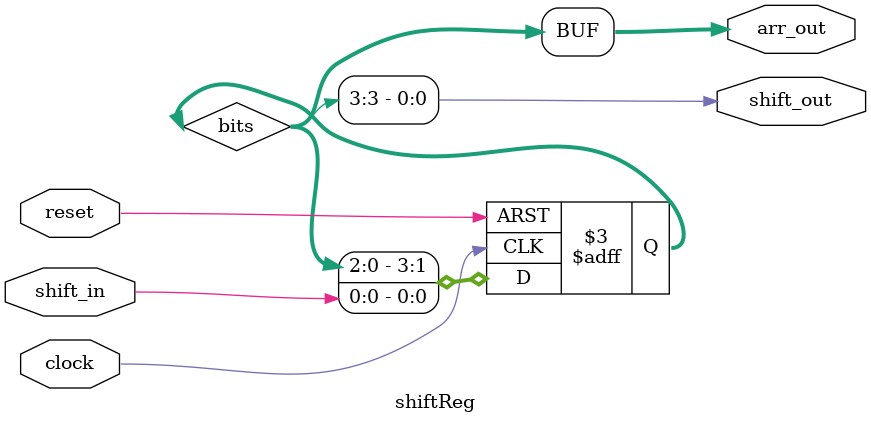
<source format=v>
module shiftReg(
	input reset,
	input shift_in,
	input clock,
	output shift_out,
	output [WIDTH-1:0] arr_out);
	
	parameter WIDTH = 4;
	
	reg [WIDTH-1:0] bits;
	
	assign shift_out = bits[WIDTH-1];
	assign arr_out = bits;
	
	always@(posedge clock or posedge reset)
		begin
		if(reset)
			bits<=8'd0;
		else
			begin
			bits <= bits << 1;
		
			bits[0] <= shift_in;
			end
		end
	
	endmodule
	
</source>
